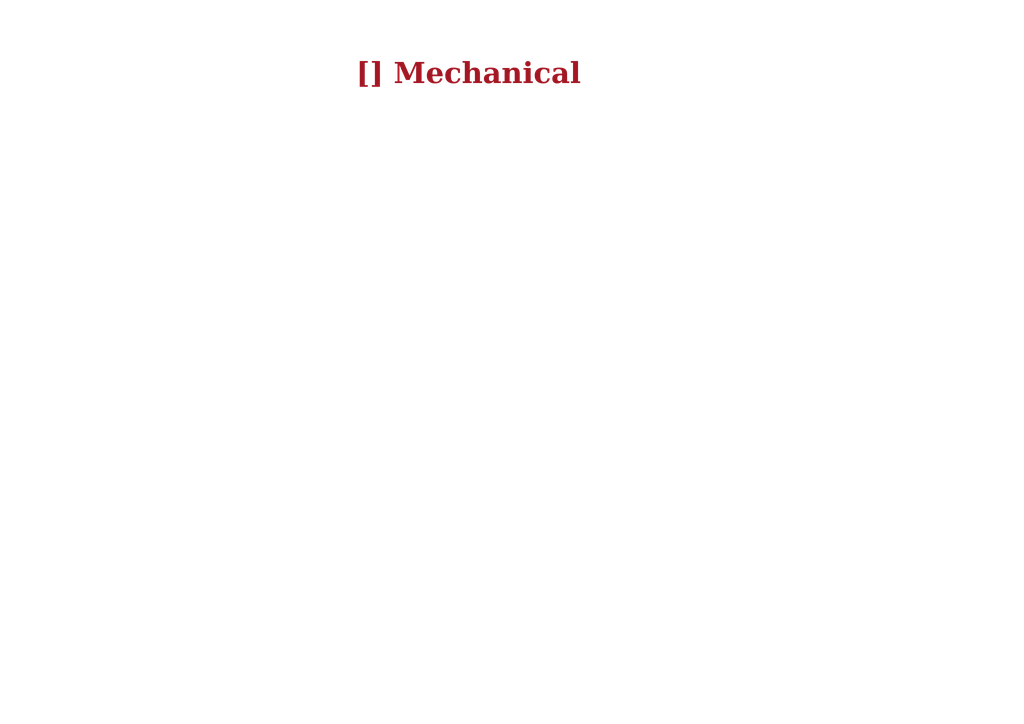
<source format=kicad_sch>
(kicad_sch
	(version 20250114)
	(generator "eeschema")
	(generator_version "9.0")
	(uuid "87d58840-a709-4625-baf6-1ebb78732110")
	(paper "A4")
	(title_block
		(title "Mechanical")
		(date "Last Modified Date")
		(rev "${REVISION}")
		(company "${COMPANY}")
	)
	(lib_symbols)
	(text_box "[${#}] ${TITLE}"
		(exclude_from_sim no)
		(at 70.485 15.24 0)
		(size 130.81 12.7)
		(margins 5.9999 5.9999 5.9999 5.9999)
		(stroke
			(width -0.0001)
			(type solid)
		)
		(fill
			(type none)
		)
		(effects
			(font
				(face "Times New Roman")
				(size 6 6)
				(thickness 1.2)
				(bold yes)
				(color 162 22 34 1)
			)
		)
		(uuid "b2c94867-e2e4-4dce-93b7-5a9a95a197e5")
	)
)

</source>
